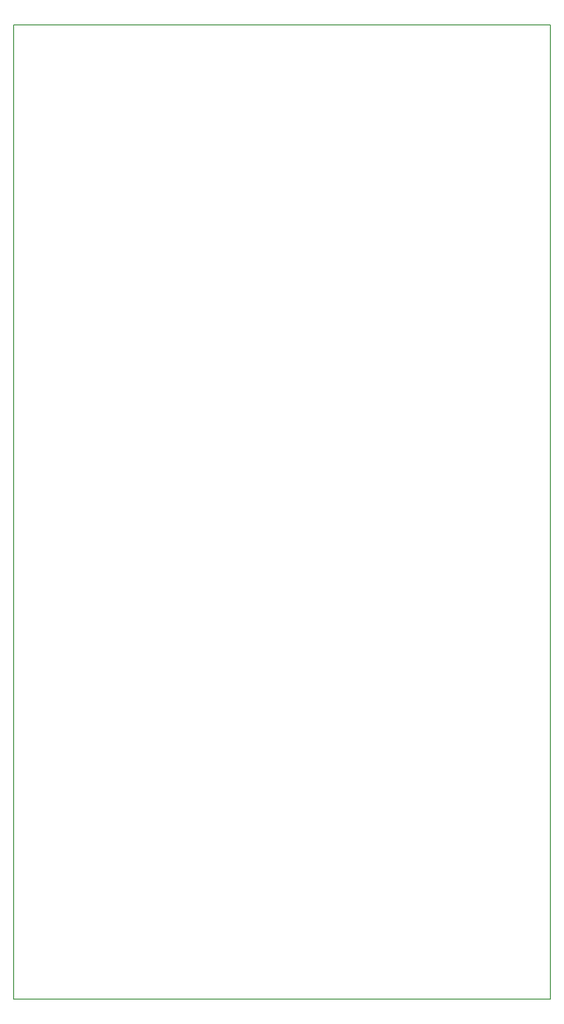
<source format=gbr>
G04 #@! TF.GenerationSoftware,KiCad,Pcbnew,(6.0.4)*
G04 #@! TF.CreationDate,2022-11-09T23:51:20-08:00*
G04 #@! TF.ProjectId,BMS_02,424d535f-3032-42e6-9b69-6361645f7063,rev?*
G04 #@! TF.SameCoordinates,Original*
G04 #@! TF.FileFunction,Profile,NP*
%FSLAX46Y46*%
G04 Gerber Fmt 4.6, Leading zero omitted, Abs format (unit mm)*
G04 Created by KiCad (PCBNEW (6.0.4)) date 2022-11-09 23:51:20*
%MOMM*%
%LPD*%
G01*
G04 APERTURE LIST*
G04 #@! TA.AperFunction,Profile*
%ADD10C,0.150000*%
G04 #@! TD*
G04 APERTURE END LIST*
D10*
X22275000Y-189475000D02*
X119000000Y-189475000D01*
X119000000Y-189475000D02*
X119000000Y-13850000D01*
X119000000Y-13850000D02*
X22275000Y-13850000D01*
X22275000Y-13850000D02*
X22275000Y-189475000D01*
M02*

</source>
